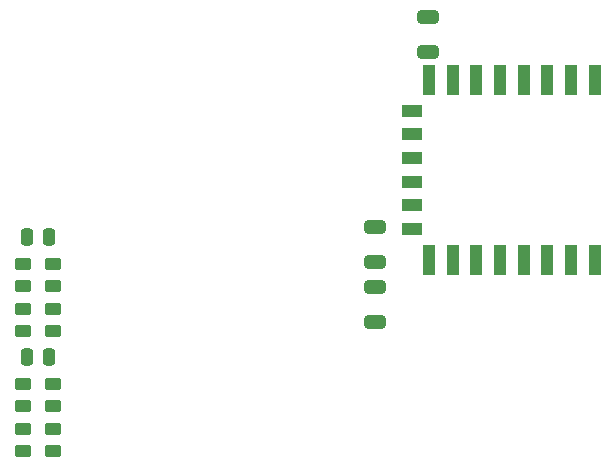
<source format=gbr>
%TF.GenerationSoftware,KiCad,Pcbnew,(6.0.10-0)*%
%TF.CreationDate,2023-01-20T21:59:01-08:00*%
%TF.ProjectId,mains-monitor,6d61696e-732d-46d6-9f6e-69746f722e6b,rev?*%
%TF.SameCoordinates,Original*%
%TF.FileFunction,Paste,Top*%
%TF.FilePolarity,Positive*%
%FSLAX46Y46*%
G04 Gerber Fmt 4.6, Leading zero omitted, Abs format (unit mm)*
G04 Created by KiCad (PCBNEW (6.0.10-0)) date 2023-01-20 21:59:01*
%MOMM*%
%LPD*%
G01*
G04 APERTURE LIST*
G04 Aperture macros list*
%AMRoundRect*
0 Rectangle with rounded corners*
0 $1 Rounding radius*
0 $2 $3 $4 $5 $6 $7 $8 $9 X,Y pos of 4 corners*
0 Add a 4 corners polygon primitive as box body*
4,1,4,$2,$3,$4,$5,$6,$7,$8,$9,$2,$3,0*
0 Add four circle primitives for the rounded corners*
1,1,$1+$1,$2,$3*
1,1,$1+$1,$4,$5*
1,1,$1+$1,$6,$7*
1,1,$1+$1,$8,$9*
0 Add four rect primitives between the rounded corners*
20,1,$1+$1,$2,$3,$4,$5,0*
20,1,$1+$1,$4,$5,$6,$7,0*
20,1,$1+$1,$6,$7,$8,$9,0*
20,1,$1+$1,$8,$9,$2,$3,0*%
G04 Aperture macros list end*
%ADD10RoundRect,0.250000X0.650000X-0.325000X0.650000X0.325000X-0.650000X0.325000X-0.650000X-0.325000X0*%
%ADD11R,1.000000X2.500000*%
%ADD12R,1.800000X1.000000*%
%ADD13RoundRect,0.250000X-0.450000X0.262500X-0.450000X-0.262500X0.450000X-0.262500X0.450000X0.262500X0*%
%ADD14RoundRect,0.250000X0.450000X-0.262500X0.450000X0.262500X-0.450000X0.262500X-0.450000X-0.262500X0*%
%ADD15RoundRect,0.250000X-0.650000X0.325000X-0.650000X-0.325000X0.650000X-0.325000X0.650000X0.325000X0*%
%ADD16RoundRect,0.250000X-0.250000X-0.475000X0.250000X-0.475000X0.250000X0.475000X-0.250000X0.475000X0*%
G04 APERTURE END LIST*
D10*
%TO.C,C2*%
X64135000Y-57355000D03*
X64135000Y-54405000D03*
%TD*%
D11*
%TO.C,U2*%
X82690000Y-36850000D03*
X80690000Y-36850000D03*
X78690000Y-36850000D03*
X76690000Y-36850000D03*
X74690000Y-36850000D03*
X72690000Y-36850000D03*
X70690000Y-36850000D03*
X68690000Y-36850000D03*
D12*
X67190000Y-39450000D03*
X67190000Y-41450000D03*
X67190000Y-43450000D03*
X67190000Y-45450000D03*
X67190000Y-47450000D03*
X67190000Y-49450000D03*
D11*
X68690000Y-52050000D03*
X70690000Y-52050000D03*
X72690000Y-52050000D03*
X74690000Y-52050000D03*
X76690000Y-52050000D03*
X78690000Y-52050000D03*
X80690000Y-52050000D03*
X82690000Y-52050000D03*
%TD*%
D13*
%TO.C,R5*%
X36830000Y-62595000D03*
X36830000Y-64420000D03*
%TD*%
%TO.C,R7*%
X36830000Y-52435000D03*
X36830000Y-54260000D03*
%TD*%
D14*
%TO.C,R4*%
X34290000Y-54252500D03*
X34290000Y-52427500D03*
%TD*%
D15*
%TO.C,C1*%
X64135000Y-49325000D03*
X64135000Y-52275000D03*
%TD*%
D13*
%TO.C,R8*%
X36830000Y-56245000D03*
X36830000Y-58070000D03*
%TD*%
D14*
%TO.C,R2*%
X34290000Y-64412500D03*
X34290000Y-62587500D03*
%TD*%
D16*
%TO.C,C4*%
X34610000Y-50165000D03*
X36510000Y-50165000D03*
%TD*%
D13*
%TO.C,R6*%
X36830000Y-66405000D03*
X36830000Y-68230000D03*
%TD*%
D16*
%TO.C,C3*%
X34610000Y-60325000D03*
X36510000Y-60325000D03*
%TD*%
D14*
%TO.C,R1*%
X34290000Y-68222500D03*
X34290000Y-66397500D03*
%TD*%
D15*
%TO.C,C5*%
X68580000Y-31545000D03*
X68580000Y-34495000D03*
%TD*%
D14*
%TO.C,R3*%
X34290000Y-58062500D03*
X34290000Y-56237500D03*
%TD*%
M02*

</source>
